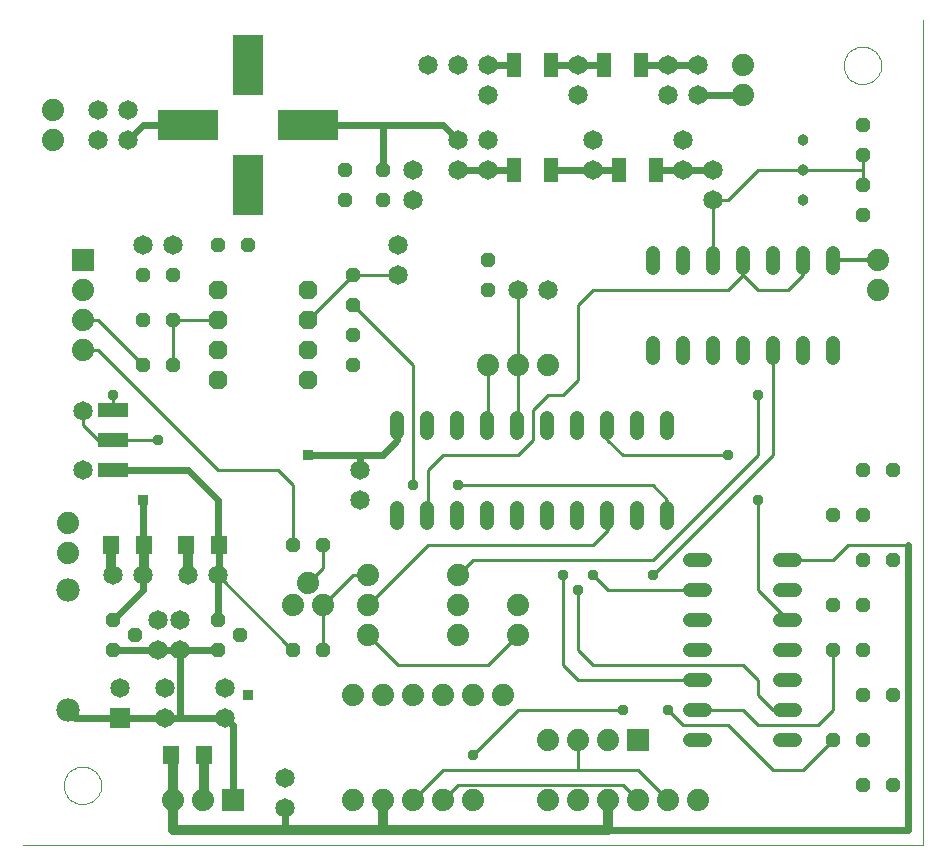
<source format=gtl>
G75*
G70*
%OFA0B0*%
%FSLAX24Y24*%
%IPPOS*%
%LPD*%
%AMOC8*
5,1,8,0,0,1.08239X$1,22.5*
%
%ADD10C,0.0000*%
%ADD11C,0.0480*%
%ADD12R,0.2000X0.1000*%
%ADD13R,0.1000X0.2000*%
%ADD14C,0.0650*%
%ADD15OC8,0.0480*%
%ADD16C,0.0740*%
%ADD17R,0.0740X0.0740*%
%ADD18C,0.0780*%
%ADD19C,0.0380*%
%ADD20R,0.0472X0.0787*%
%ADD21OC8,0.0630*%
%ADD22R,0.1000X0.0500*%
%ADD23R,0.0551X0.0630*%
%ADD24R,0.0650X0.0650*%
%ADD25C,0.0320*%
%ADD26C,0.0376*%
%ADD27C,0.0100*%
%ADD28R,0.0376X0.0376*%
%ADD29C,0.0240*%
%ADD30C,0.0120*%
D10*
X000487Y000180D02*
X030487Y000180D01*
X030487Y027680D01*
X027862Y026180D02*
X027864Y026230D01*
X027870Y026279D01*
X027880Y026328D01*
X027893Y026375D01*
X027911Y026422D01*
X027932Y026467D01*
X027956Y026510D01*
X027984Y026551D01*
X028015Y026590D01*
X028049Y026626D01*
X028086Y026660D01*
X028126Y026690D01*
X028167Y026717D01*
X028211Y026741D01*
X028256Y026761D01*
X028303Y026777D01*
X028351Y026790D01*
X028400Y026799D01*
X028450Y026804D01*
X028499Y026805D01*
X028549Y026802D01*
X028598Y026795D01*
X028647Y026784D01*
X028694Y026770D01*
X028740Y026751D01*
X028785Y026729D01*
X028828Y026704D01*
X028868Y026675D01*
X028906Y026643D01*
X028942Y026609D01*
X028975Y026571D01*
X029004Y026531D01*
X029030Y026489D01*
X029053Y026445D01*
X029072Y026399D01*
X029088Y026352D01*
X029100Y026303D01*
X029108Y026254D01*
X029112Y026205D01*
X029112Y026155D01*
X029108Y026106D01*
X029100Y026057D01*
X029088Y026008D01*
X029072Y025961D01*
X029053Y025915D01*
X029030Y025871D01*
X029004Y025829D01*
X028975Y025789D01*
X028942Y025751D01*
X028906Y025717D01*
X028868Y025685D01*
X028828Y025656D01*
X028785Y025631D01*
X028740Y025609D01*
X028694Y025590D01*
X028647Y025576D01*
X028598Y025565D01*
X028549Y025558D01*
X028499Y025555D01*
X028450Y025556D01*
X028400Y025561D01*
X028351Y025570D01*
X028303Y025583D01*
X028256Y025599D01*
X028211Y025619D01*
X028167Y025643D01*
X028126Y025670D01*
X028086Y025700D01*
X028049Y025734D01*
X028015Y025770D01*
X027984Y025809D01*
X027956Y025850D01*
X027932Y025893D01*
X027911Y025938D01*
X027893Y025985D01*
X027880Y026032D01*
X027870Y026081D01*
X027864Y026130D01*
X027862Y026180D01*
X001862Y002180D02*
X001864Y002230D01*
X001870Y002279D01*
X001880Y002328D01*
X001893Y002375D01*
X001911Y002422D01*
X001932Y002467D01*
X001956Y002510D01*
X001984Y002551D01*
X002015Y002590D01*
X002049Y002626D01*
X002086Y002660D01*
X002126Y002690D01*
X002167Y002717D01*
X002211Y002741D01*
X002256Y002761D01*
X002303Y002777D01*
X002351Y002790D01*
X002400Y002799D01*
X002450Y002804D01*
X002499Y002805D01*
X002549Y002802D01*
X002598Y002795D01*
X002647Y002784D01*
X002694Y002770D01*
X002740Y002751D01*
X002785Y002729D01*
X002828Y002704D01*
X002868Y002675D01*
X002906Y002643D01*
X002942Y002609D01*
X002975Y002571D01*
X003004Y002531D01*
X003030Y002489D01*
X003053Y002445D01*
X003072Y002399D01*
X003088Y002352D01*
X003100Y002303D01*
X003108Y002254D01*
X003112Y002205D01*
X003112Y002155D01*
X003108Y002106D01*
X003100Y002057D01*
X003088Y002008D01*
X003072Y001961D01*
X003053Y001915D01*
X003030Y001871D01*
X003004Y001829D01*
X002975Y001789D01*
X002942Y001751D01*
X002906Y001717D01*
X002868Y001685D01*
X002828Y001656D01*
X002785Y001631D01*
X002740Y001609D01*
X002694Y001590D01*
X002647Y001576D01*
X002598Y001565D01*
X002549Y001558D01*
X002499Y001555D01*
X002450Y001556D01*
X002400Y001561D01*
X002351Y001570D01*
X002303Y001583D01*
X002256Y001599D01*
X002211Y001619D01*
X002167Y001643D01*
X002126Y001670D01*
X002086Y001700D01*
X002049Y001734D01*
X002015Y001770D01*
X001984Y001809D01*
X001956Y001850D01*
X001932Y001893D01*
X001911Y001938D01*
X001893Y001985D01*
X001880Y002032D01*
X001870Y002081D01*
X001864Y002130D01*
X001862Y002180D01*
D11*
X012985Y010940D02*
X012985Y011420D01*
X013985Y011420D02*
X013985Y010940D01*
X014985Y010940D02*
X014985Y011420D01*
X015985Y011420D02*
X015985Y010940D01*
X016985Y010940D02*
X016985Y011420D01*
X017985Y011420D02*
X017985Y010940D01*
X018985Y010940D02*
X018985Y011420D01*
X019985Y011420D02*
X019985Y010940D01*
X020985Y010940D02*
X020985Y011420D01*
X021985Y011420D02*
X021985Y010940D01*
X022747Y009680D02*
X023227Y009680D01*
X023227Y008680D02*
X022747Y008680D01*
X022747Y007680D02*
X023227Y007680D01*
X023227Y006680D02*
X022747Y006680D01*
X022747Y005680D02*
X023227Y005680D01*
X023227Y004680D02*
X022747Y004680D01*
X022747Y003680D02*
X023227Y003680D01*
X025747Y003680D02*
X026227Y003680D01*
X026227Y004680D02*
X025747Y004680D01*
X025747Y005680D02*
X026227Y005680D01*
X026227Y006680D02*
X025747Y006680D01*
X025747Y007680D02*
X026227Y007680D01*
X026227Y008680D02*
X025747Y008680D01*
X025747Y009680D02*
X026227Y009680D01*
X021985Y013940D02*
X021985Y014420D01*
X020985Y014420D02*
X020985Y013940D01*
X019985Y013940D02*
X019985Y014420D01*
X018985Y014420D02*
X018985Y013940D01*
X017985Y013940D02*
X017985Y014420D01*
X016985Y014420D02*
X016985Y013940D01*
X015985Y013940D02*
X015985Y014420D01*
X014985Y014420D02*
X014985Y013940D01*
X013985Y013940D02*
X013985Y014420D01*
X012985Y014420D02*
X012985Y013940D01*
X021487Y016440D02*
X021487Y016920D01*
X022487Y016920D02*
X022487Y016440D01*
X023487Y016440D02*
X023487Y016920D01*
X024487Y016920D02*
X024487Y016440D01*
X025487Y016440D02*
X025487Y016920D01*
X026487Y016920D02*
X026487Y016440D01*
X027487Y016440D02*
X027487Y016920D01*
X027487Y019440D02*
X027487Y019920D01*
X026487Y019920D02*
X026487Y019440D01*
X025487Y019440D02*
X025487Y019920D01*
X024487Y019920D02*
X024487Y019440D01*
X023487Y019440D02*
X023487Y019920D01*
X022487Y019920D02*
X022487Y019440D01*
X021487Y019440D02*
X021487Y019920D01*
D12*
X009987Y024180D03*
X005987Y024180D03*
D13*
X007987Y022180D03*
X007987Y026180D03*
D14*
X003987Y024680D03*
X003987Y023680D03*
X002987Y023680D03*
X002987Y024680D03*
X004487Y020180D03*
X005487Y020180D03*
X002487Y014664D03*
X002487Y012696D03*
X003487Y009180D03*
X004487Y009180D03*
X005987Y009180D03*
X006987Y009180D03*
X005737Y007680D03*
X004987Y007680D03*
X004987Y006680D03*
X005737Y006680D03*
X005237Y005430D03*
X005237Y004430D03*
X003737Y005430D03*
X007237Y005430D03*
X007237Y004430D03*
X009237Y002430D03*
X009237Y001430D03*
X011737Y011680D03*
X011737Y012680D03*
X016987Y018680D03*
X017987Y018680D03*
X019487Y022680D03*
X019487Y023680D03*
X018987Y025180D03*
X018987Y026180D03*
X015987Y026180D03*
X015987Y025180D03*
X014987Y026180D03*
X013987Y026180D03*
X014987Y023680D03*
X014987Y022680D03*
X015987Y022680D03*
X015987Y023680D03*
X013487Y022680D03*
X013487Y021680D03*
X012987Y020180D03*
X012987Y019180D03*
X021987Y025180D03*
X022987Y025180D03*
X022987Y026180D03*
X021987Y026180D03*
X022487Y023680D03*
X022487Y022680D03*
X023487Y022680D03*
X023487Y021680D03*
D15*
X028487Y021180D03*
X028487Y022180D03*
X028487Y023180D03*
X028487Y024180D03*
X015987Y019680D03*
X015987Y018680D03*
X012487Y021680D03*
X012487Y022680D03*
X011237Y022680D03*
X011237Y021680D03*
X011487Y019180D03*
X011487Y018180D03*
X011487Y017180D03*
X011487Y016180D03*
X007987Y020180D03*
X006987Y020180D03*
X005487Y019180D03*
X004487Y019180D03*
X004487Y017680D03*
X005487Y017680D03*
X005487Y016180D03*
X004487Y016180D03*
X009487Y010180D03*
X010487Y010180D03*
X007737Y007180D03*
X006987Y006680D03*
X006987Y007680D03*
X009487Y006680D03*
X010487Y006680D03*
X004237Y007180D03*
X003487Y006680D03*
X003487Y007680D03*
X027487Y008180D03*
X028487Y008180D03*
X028487Y009680D03*
X029487Y009680D03*
X028487Y011180D03*
X027487Y011180D03*
X028487Y012680D03*
X029487Y012680D03*
X028487Y006680D03*
X027487Y006680D03*
X028487Y005180D03*
X029487Y005180D03*
X028487Y003680D03*
X027487Y003680D03*
X028487Y002180D03*
X029487Y002180D03*
D16*
X022987Y001680D03*
X021987Y001680D03*
X020987Y001680D03*
X019987Y001680D03*
X018987Y001680D03*
X017987Y001680D03*
X017987Y003680D03*
X018987Y003680D03*
X019987Y003680D03*
X016487Y005180D03*
X015487Y005180D03*
X014487Y005180D03*
X013487Y005180D03*
X012487Y005180D03*
X011487Y005180D03*
X011987Y007180D03*
X011987Y008180D03*
X011987Y009180D03*
X010487Y008180D03*
X009987Y008930D03*
X009487Y008180D03*
X014987Y008180D03*
X014987Y009180D03*
X014987Y007180D03*
X016987Y007180D03*
X016987Y008180D03*
X015487Y001680D03*
X014487Y001680D03*
X013487Y001680D03*
X012487Y001680D03*
X011487Y001680D03*
X006487Y001680D03*
X005487Y001680D03*
X001987Y009930D03*
X001987Y010930D03*
X002487Y016680D03*
X002487Y017680D03*
X002487Y018680D03*
X001487Y023680D03*
X001487Y024680D03*
X015987Y016180D03*
X016987Y016180D03*
X017987Y016180D03*
X024487Y025180D03*
X024487Y026180D03*
X028987Y019680D03*
X028987Y018680D03*
D17*
X020987Y003680D03*
X007487Y001680D03*
X002487Y019680D03*
D18*
X001987Y008680D03*
X001987Y004680D03*
D19*
X026487Y021680D03*
X026487Y022680D03*
X026487Y023680D03*
D20*
X021617Y022680D03*
X020357Y022680D03*
X018117Y022680D03*
X016857Y022680D03*
X016857Y026180D03*
X018117Y026180D03*
X019857Y026180D03*
X021117Y026180D03*
D21*
X009987Y018680D03*
X009987Y017680D03*
X009987Y016680D03*
X009987Y015680D03*
X006987Y015680D03*
X006987Y016680D03*
X006987Y017680D03*
X006987Y018680D03*
D22*
X003487Y014680D03*
X003487Y013680D03*
X003487Y012680D03*
D23*
X003435Y010180D03*
X004538Y010180D03*
X005935Y010180D03*
X007038Y010180D03*
X006538Y003180D03*
X005435Y003180D03*
D24*
X003737Y004430D03*
D25*
X005435Y003180D02*
X005487Y003231D01*
X005435Y003180D02*
X005487Y003129D01*
X005487Y001680D01*
X005487Y000680D01*
X009237Y000680D01*
X012487Y000680D01*
X012487Y001680D01*
X012487Y000680D02*
X019987Y000680D01*
X019987Y001680D01*
X006538Y001731D02*
X006487Y001680D01*
X006538Y001731D02*
X006538Y003180D01*
X005987Y009180D02*
X005987Y010129D01*
X005935Y010180D01*
X004538Y010180D02*
X004538Y009231D01*
X004487Y009180D01*
X003487Y009180D02*
X003435Y009231D01*
X003435Y010180D01*
D26*
X004987Y013680D03*
X003487Y015180D03*
X007987Y021680D03*
X007987Y022180D03*
X007987Y022680D03*
X007987Y025680D03*
X007987Y026180D03*
X007987Y026680D03*
X013487Y012180D03*
X014987Y012180D03*
X018487Y009180D03*
X018987Y008680D03*
X019487Y009180D03*
X021487Y009180D03*
X024987Y011680D03*
X023987Y013180D03*
X024987Y015180D03*
X021987Y004680D03*
X020487Y004680D03*
X015487Y003180D03*
D27*
X016987Y004680D01*
X020487Y004680D01*
X021987Y004680D02*
X022487Y004180D01*
X023987Y004180D01*
X025487Y002680D01*
X026487Y002680D01*
X027487Y003680D01*
X026987Y004180D02*
X027487Y004680D01*
X027487Y006680D01*
X025987Y007680D02*
X024987Y008680D01*
X024987Y011680D01*
X024987Y013180D02*
X021487Y009680D01*
X015487Y009680D01*
X014987Y009180D01*
X013987Y010180D02*
X019487Y010180D01*
X019987Y010680D01*
X019987Y011178D01*
X019985Y011180D01*
X021487Y012180D02*
X014987Y012180D01*
X014487Y013180D02*
X013987Y012680D01*
X013987Y011182D01*
X013985Y011180D01*
X013487Y012180D02*
X013487Y016180D01*
X011487Y018180D01*
X011487Y019180D02*
X009987Y017680D01*
X011487Y019180D02*
X012987Y019180D01*
X015987Y016180D02*
X015987Y014182D01*
X015985Y014180D01*
X016985Y014180D02*
X016987Y014182D01*
X016987Y016180D01*
X016987Y018680D01*
X018987Y018180D02*
X018987Y015680D01*
X018487Y015180D01*
X017987Y015180D01*
X017487Y014680D01*
X017487Y013680D01*
X016987Y013180D01*
X014487Y013180D01*
X013987Y010180D02*
X011987Y008180D01*
X011987Y009180D02*
X011487Y009180D01*
X010487Y008180D01*
X010487Y006680D01*
X009487Y006680D02*
X009487Y006696D01*
X009471Y006696D01*
X006987Y009180D01*
X009487Y010180D02*
X009487Y012180D01*
X008987Y012680D01*
X006987Y012680D01*
X002987Y016680D01*
X002487Y016680D01*
X002487Y017680D02*
X002987Y017680D01*
X004487Y016180D01*
X005487Y016180D02*
X005487Y017680D01*
X006987Y017680D01*
X003487Y015180D02*
X003487Y014680D01*
X003487Y013680D02*
X002987Y013680D01*
X002487Y014180D01*
X002487Y014664D01*
X003487Y013680D02*
X004987Y013680D01*
X010487Y010180D02*
X010487Y009430D01*
X009987Y008930D01*
X011987Y007180D02*
X012987Y006180D01*
X015987Y006180D01*
X016987Y007180D01*
X018487Y006180D02*
X018987Y005680D01*
X022987Y005680D01*
X022987Y004680D02*
X024487Y004680D01*
X024987Y004180D01*
X026987Y004180D01*
X025987Y004680D02*
X025487Y004680D01*
X024987Y005180D01*
X024987Y005680D01*
X024487Y006180D01*
X019487Y006180D01*
X018987Y006680D01*
X018987Y008680D01*
X018487Y009180D02*
X018487Y006180D01*
X018987Y003680D02*
X018987Y002680D01*
X020987Y002680D01*
X021987Y001680D01*
X020987Y001680D02*
X020487Y002180D01*
X014987Y002180D01*
X014487Y001680D01*
X014487Y002680D02*
X018987Y002680D01*
X014487Y002680D02*
X013487Y001680D01*
X019987Y008680D02*
X022987Y008680D01*
X021487Y009180D02*
X025487Y013180D01*
X025487Y016680D01*
X024987Y015180D02*
X024987Y013180D01*
X023987Y013180D02*
X020487Y013180D01*
X019985Y013682D01*
X019985Y014180D01*
X021487Y012180D02*
X021985Y011682D01*
X021985Y011180D01*
X019487Y009180D02*
X019987Y008680D01*
X025987Y009680D02*
X027487Y009680D01*
X027987Y010180D01*
X029987Y010180D01*
X025987Y018680D02*
X024987Y018680D01*
X024487Y019180D01*
X024487Y019680D01*
X024487Y019180D02*
X023987Y018680D01*
X019487Y018680D01*
X018987Y018180D01*
X023487Y019680D02*
X023487Y021680D01*
X023987Y021680D01*
X024987Y022680D01*
X026487Y022680D01*
X028487Y022680D01*
X028487Y022180D01*
X028487Y022680D02*
X028487Y023180D01*
X026487Y019680D02*
X026487Y019180D01*
X025987Y018680D01*
D28*
X009987Y013180D03*
X004487Y011680D03*
X007987Y005180D03*
D29*
X007237Y004430D02*
X007487Y004180D01*
X007487Y001680D01*
X009237Y001430D02*
X009237Y000680D01*
X007237Y004430D02*
X005737Y004430D01*
X005737Y006680D01*
X004987Y006680D01*
X003487Y006680D01*
X003487Y007680D02*
X004487Y008680D01*
X004487Y009180D01*
X004538Y010180D02*
X004487Y010231D01*
X004487Y011680D01*
X003487Y012680D02*
X005987Y012680D01*
X006987Y011680D01*
X006987Y010180D01*
X007038Y010180D01*
X007038Y009231D01*
X006987Y009180D01*
X006987Y007680D01*
X006987Y006680D02*
X005737Y006680D01*
X005737Y004430D02*
X005237Y004430D01*
X003737Y004430D01*
X002237Y004430D01*
X001987Y004680D01*
X009987Y013180D02*
X011737Y013180D01*
X011737Y012680D01*
X011737Y013180D02*
X012487Y013180D01*
X012985Y013678D01*
X012985Y014180D01*
X012487Y022680D02*
X012487Y024180D01*
X014487Y024180D01*
X014987Y023680D01*
X014987Y022680D02*
X015987Y022680D01*
X016857Y022680D01*
X018117Y022680D02*
X019487Y022680D01*
X020357Y022680D01*
X021617Y022680D02*
X022487Y022680D01*
X023487Y022680D01*
X022987Y025180D02*
X024487Y025180D01*
X022987Y026180D02*
X021987Y026180D01*
X021117Y026180D01*
X019857Y026180D02*
X018987Y026180D01*
X018117Y026180D01*
X016857Y026180D02*
X015987Y026180D01*
X012487Y024180D02*
X009987Y024180D01*
X005987Y024180D02*
X004487Y024180D01*
X003987Y023680D01*
X019987Y000680D02*
X029987Y000680D01*
X029987Y010180D01*
D30*
X028987Y019680D02*
X027487Y019680D01*
M02*

</source>
